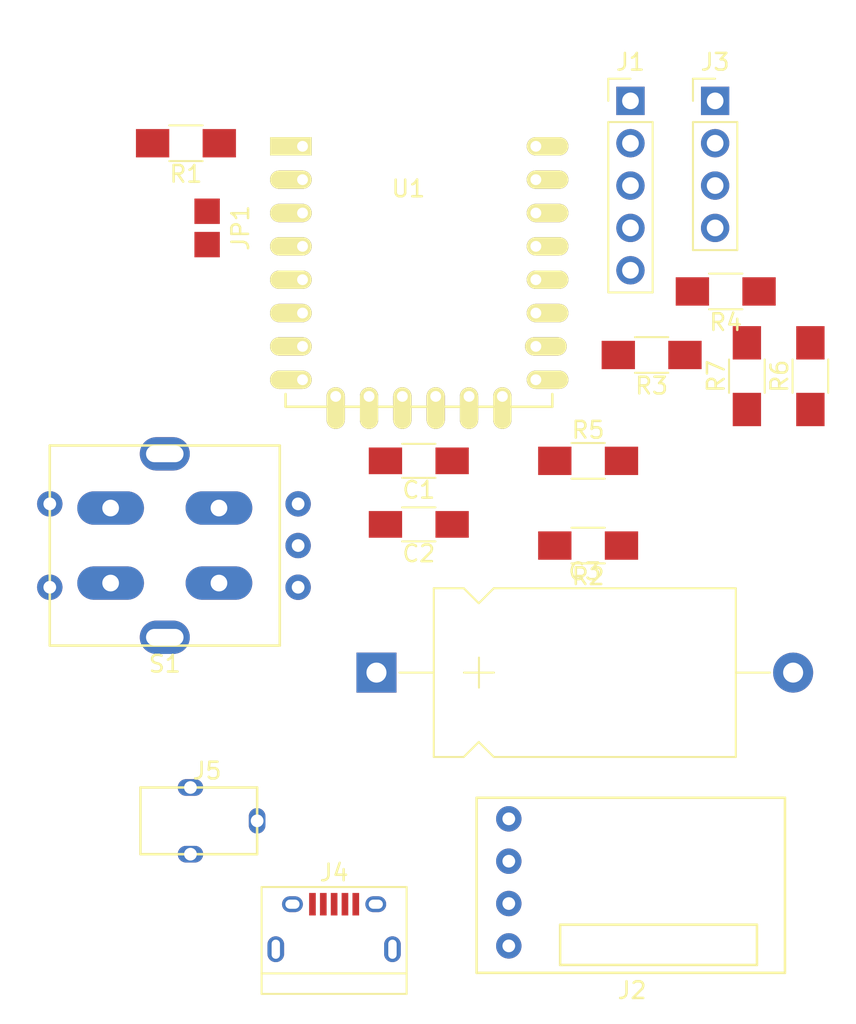
<source format=kicad_pcb>
(kicad_pcb (version 4) (host pcbnew 4.0.7-e2-6376~58~ubuntu17.04.1)

  (general
    (links 51)
    (no_connects 51)
    (area 0 0 0 0)
    (thickness 1.6)
    (drawings 0)
    (tracks 0)
    (zones 0)
    (modules 18)
    (nets 30)
  )

  (page A4)
  (layers
    (0 F.Cu signal)
    (31 B.Cu signal)
    (32 B.Adhes user)
    (33 F.Adhes user)
    (34 B.Paste user)
    (35 F.Paste user)
    (36 B.SilkS user)
    (37 F.SilkS user)
    (38 B.Mask user)
    (39 F.Mask user)
    (40 Dwgs.User user)
    (41 Cmts.User user)
    (42 Eco1.User user)
    (43 Eco2.User user)
    (44 Edge.Cuts user)
    (45 Margin user)
    (46 B.CrtYd user)
    (47 F.CrtYd user)
    (48 B.Fab user)
    (49 F.Fab user)
  )

  (setup
    (last_trace_width 0.25)
    (trace_clearance 0.2)
    (zone_clearance 0.508)
    (zone_45_only no)
    (trace_min 0.2)
    (segment_width 0.2)
    (edge_width 0.15)
    (via_size 0.6)
    (via_drill 0.4)
    (via_min_size 0.4)
    (via_min_drill 0.3)
    (uvia_size 0.3)
    (uvia_drill 0.1)
    (uvias_allowed no)
    (uvia_min_size 0.2)
    (uvia_min_drill 0.1)
    (pcb_text_width 0.3)
    (pcb_text_size 1.5 1.5)
    (mod_edge_width 0.15)
    (mod_text_size 1 1)
    (mod_text_width 0.15)
    (pad_size 1.524 1.524)
    (pad_drill 0.762)
    (pad_to_mask_clearance 0.2)
    (aux_axis_origin 0 0)
    (visible_elements FFFFFF7F)
    (pcbplotparams
      (layerselection 0x00030_80000001)
      (usegerberextensions false)
      (excludeedgelayer true)
      (linewidth 0.100000)
      (plotframeref false)
      (viasonmask false)
      (mode 1)
      (useauxorigin false)
      (hpglpennumber 1)
      (hpglpenspeed 20)
      (hpglpendiameter 15)
      (hpglpenoverlay 2)
      (psnegative false)
      (psa4output false)
      (plotreference true)
      (plotvalue true)
      (plotinvisibletext false)
      (padsonsilk false)
      (subtractmaskfromsilk false)
      (outputformat 1)
      (mirror false)
      (drillshape 1)
      (scaleselection 1)
      (outputdirectory ""))
  )

  (net 0 "")
  (net 1 GND)
  (net 2 +3V3)
  (net 3 TX)
  (net 4 RX)
  (net 5 ~RST)
  (net 6 ~FLASH)
  (net 7 "Net-(J2-Pad1)")
  (net 8 +5V)
  (net 9 GPIO4)
  (net 10 GPIO5)
  (net 11 "Net-(J4-Pad2)")
  (net 12 "Net-(J4-Pad3)")
  (net 13 "Net-(J4-Pad4)")
  (net 14 "Net-(J4-Pad6)")
  (net 15 "Net-(J5-Pad3)")
  (net 16 GPIO16)
  (net 17 "Net-(R2-Pad1)")
  (net 18 "Net-(R3-Pad2)")
  (net 19 "Net-(R5-Pad2)")
  (net 20 GPIO12)
  (net 21 GPIO13)
  (net 22 GPIO14)
  (net 23 ADC)
  (net 24 "Net-(U1-Pad17)")
  (net 25 "Net-(U1-Pad18)")
  (net 26 "Net-(U1-Pad19)")
  (net 27 "Net-(U1-Pad20)")
  (net 28 "Net-(U1-Pad21)")
  (net 29 "Net-(U1-Pad22)")

  (net_class Default "This is the default net class."
    (clearance 0.2)
    (trace_width 0.25)
    (via_dia 0.6)
    (via_drill 0.4)
    (uvia_dia 0.3)
    (uvia_drill 0.1)
    (add_net +3V3)
    (add_net +5V)
    (add_net ADC)
    (add_net GND)
    (add_net GPIO12)
    (add_net GPIO13)
    (add_net GPIO14)
    (add_net GPIO16)
    (add_net GPIO4)
    (add_net GPIO5)
    (add_net "Net-(J2-Pad1)")
    (add_net "Net-(J4-Pad2)")
    (add_net "Net-(J4-Pad3)")
    (add_net "Net-(J4-Pad4)")
    (add_net "Net-(J4-Pad6)")
    (add_net "Net-(J5-Pad3)")
    (add_net "Net-(R2-Pad1)")
    (add_net "Net-(R3-Pad2)")
    (add_net "Net-(R5-Pad2)")
    (add_net "Net-(U1-Pad17)")
    (add_net "Net-(U1-Pad18)")
    (add_net "Net-(U1-Pad19)")
    (add_net "Net-(U1-Pad20)")
    (add_net "Net-(U1-Pad21)")
    (add_net "Net-(U1-Pad22)")
    (add_net RX)
    (add_net TX)
    (add_net ~FLASH)
    (add_net ~RST)
  )

  (net_class "5V PWR" ""
    (clearance 0.3)
    (trace_width 0.5)
    (via_dia 0.6)
    (via_drill 0.4)
    (uvia_dia 0.3)
    (uvia_drill 0.1)
  )

  (module Capacitors_SMD:C_1206_HandSoldering (layer F.Cu) (tedit 58AA84D1) (tstamp 5A07649A)
    (at 226.06 130.81 180)
    (descr "Capacitor SMD 1206, hand soldering")
    (tags "capacitor 1206")
    (path /5A012B7F)
    (attr smd)
    (fp_text reference C1 (at 0 -1.75 180) (layer F.SilkS)
      (effects (font (size 1 1) (thickness 0.15)))
    )
    (fp_text value 0.1uF (at 0 2 180) (layer F.Fab)
      (effects (font (size 1 1) (thickness 0.15)))
    )
    (fp_text user %R (at 0 -1.75 180) (layer F.Fab)
      (effects (font (size 1 1) (thickness 0.15)))
    )
    (fp_line (start -1.6 0.8) (end -1.6 -0.8) (layer F.Fab) (width 0.1))
    (fp_line (start 1.6 0.8) (end -1.6 0.8) (layer F.Fab) (width 0.1))
    (fp_line (start 1.6 -0.8) (end 1.6 0.8) (layer F.Fab) (width 0.1))
    (fp_line (start -1.6 -0.8) (end 1.6 -0.8) (layer F.Fab) (width 0.1))
    (fp_line (start 1 -1.02) (end -1 -1.02) (layer F.SilkS) (width 0.12))
    (fp_line (start -1 1.02) (end 1 1.02) (layer F.SilkS) (width 0.12))
    (fp_line (start -3.25 -1.05) (end 3.25 -1.05) (layer F.CrtYd) (width 0.05))
    (fp_line (start -3.25 -1.05) (end -3.25 1.05) (layer F.CrtYd) (width 0.05))
    (fp_line (start 3.25 1.05) (end 3.25 -1.05) (layer F.CrtYd) (width 0.05))
    (fp_line (start 3.25 1.05) (end -3.25 1.05) (layer F.CrtYd) (width 0.05))
    (pad 1 smd rect (at -2 0 180) (size 2 1.6) (layers F.Cu F.Paste F.Mask)
      (net 1 GND))
    (pad 2 smd rect (at 2 0 180) (size 2 1.6) (layers F.Cu F.Paste F.Mask)
      (net 2 +3V3))
    (model Capacitors_SMD.3dshapes/C_1206.wrl
      (at (xyz 0 0 0))
      (scale (xyz 1 1 1))
      (rotate (xyz 0 0 0))
    )
  )

  (module Capacitors_SMD:C_1206_HandSoldering (layer F.Cu) (tedit 58AA84D1) (tstamp 5A0764A0)
    (at 226.06 134.62 180)
    (descr "Capacitor SMD 1206, hand soldering")
    (tags "capacitor 1206")
    (path /5A010134)
    (attr smd)
    (fp_text reference C2 (at 0 -1.75 180) (layer F.SilkS)
      (effects (font (size 1 1) (thickness 0.15)))
    )
    (fp_text value 1uF (at 0 2 180) (layer F.Fab)
      (effects (font (size 1 1) (thickness 0.15)))
    )
    (fp_text user %R (at 0 -1.75 180) (layer F.Fab)
      (effects (font (size 1 1) (thickness 0.15)))
    )
    (fp_line (start -1.6 0.8) (end -1.6 -0.8) (layer F.Fab) (width 0.1))
    (fp_line (start 1.6 0.8) (end -1.6 0.8) (layer F.Fab) (width 0.1))
    (fp_line (start 1.6 -0.8) (end 1.6 0.8) (layer F.Fab) (width 0.1))
    (fp_line (start -1.6 -0.8) (end 1.6 -0.8) (layer F.Fab) (width 0.1))
    (fp_line (start 1 -1.02) (end -1 -1.02) (layer F.SilkS) (width 0.12))
    (fp_line (start -1 1.02) (end 1 1.02) (layer F.SilkS) (width 0.12))
    (fp_line (start -3.25 -1.05) (end 3.25 -1.05) (layer F.CrtYd) (width 0.05))
    (fp_line (start -3.25 -1.05) (end -3.25 1.05) (layer F.CrtYd) (width 0.05))
    (fp_line (start 3.25 1.05) (end 3.25 -1.05) (layer F.CrtYd) (width 0.05))
    (fp_line (start 3.25 1.05) (end -3.25 1.05) (layer F.CrtYd) (width 0.05))
    (pad 1 smd rect (at -2 0 180) (size 2 1.6) (layers F.Cu F.Paste F.Mask)
      (net 1 GND))
    (pad 2 smd rect (at 2 0 180) (size 2 1.6) (layers F.Cu F.Paste F.Mask)
      (net 2 +3V3))
    (model Capacitors_SMD.3dshapes/C_1206.wrl
      (at (xyz 0 0 0))
      (scale (xyz 1 1 1))
      (rotate (xyz 0 0 0))
    )
  )

  (module Capacitors_THT:CP_Axial_L18.0mm_D10.0mm_P25.00mm_Horizontal (layer F.Cu) (tedit 597BC7C3) (tstamp 5A0764A6)
    (at 223.52 143.51)
    (descr "CP, Axial series, Axial, Horizontal, pin pitch=25mm, , length*diameter=18*10mm^2, Electrolytic Capacitor, , http://www.vishay.com/docs/28325/021asm.pdf")
    (tags "CP Axial series Axial Horizontal pin pitch 25mm  length 18mm diameter 10mm Electrolytic Capacitor")
    (path /5A00F26E)
    (fp_text reference C3 (at 12.5 -6.06) (layer F.SilkS)
      (effects (font (size 1 1) (thickness 0.15)))
    )
    (fp_text value 330uF (at 12.5 6.06) (layer F.Fab)
      (effects (font (size 1 1) (thickness 0.15)))
    )
    (fp_line (start 3.5 -5) (end 3.5 5) (layer F.Fab) (width 0.1))
    (fp_line (start 21.5 -5) (end 21.5 5) (layer F.Fab) (width 0.1))
    (fp_line (start 3.5 -5) (end 5.24 -5) (layer F.Fab) (width 0.1))
    (fp_line (start 5.24 -5) (end 6.14 -4.1) (layer F.Fab) (width 0.1))
    (fp_line (start 6.14 -4.1) (end 7.04 -5) (layer F.Fab) (width 0.1))
    (fp_line (start 7.04 -5) (end 21.5 -5) (layer F.Fab) (width 0.1))
    (fp_line (start 3.5 5) (end 5.24 5) (layer F.Fab) (width 0.1))
    (fp_line (start 5.24 5) (end 6.14 4.1) (layer F.Fab) (width 0.1))
    (fp_line (start 6.14 4.1) (end 7.04 5) (layer F.Fab) (width 0.1))
    (fp_line (start 7.04 5) (end 21.5 5) (layer F.Fab) (width 0.1))
    (fp_line (start 0 0) (end 3.5 0) (layer F.Fab) (width 0.1))
    (fp_line (start 25 0) (end 21.5 0) (layer F.Fab) (width 0.1))
    (fp_line (start 5.25 0) (end 7.05 0) (layer F.Fab) (width 0.1))
    (fp_line (start 6.15 -0.9) (end 6.15 0.9) (layer F.Fab) (width 0.1))
    (fp_line (start 5.25 0) (end 7.05 0) (layer F.SilkS) (width 0.12))
    (fp_line (start 6.15 -0.9) (end 6.15 0.9) (layer F.SilkS) (width 0.12))
    (fp_line (start 3.44 -5.06) (end 3.44 5.06) (layer F.SilkS) (width 0.12))
    (fp_line (start 21.56 -5.06) (end 21.56 5.06) (layer F.SilkS) (width 0.12))
    (fp_line (start 3.44 -5.06) (end 5.24 -5.06) (layer F.SilkS) (width 0.12))
    (fp_line (start 5.24 -5.06) (end 6.14 -4.16) (layer F.SilkS) (width 0.12))
    (fp_line (start 6.14 -4.16) (end 7.04 -5.06) (layer F.SilkS) (width 0.12))
    (fp_line (start 7.04 -5.06) (end 21.56 -5.06) (layer F.SilkS) (width 0.12))
    (fp_line (start 3.44 5.06) (end 5.24 5.06) (layer F.SilkS) (width 0.12))
    (fp_line (start 5.24 5.06) (end 6.14 4.16) (layer F.SilkS) (width 0.12))
    (fp_line (start 6.14 4.16) (end 7.04 5.06) (layer F.SilkS) (width 0.12))
    (fp_line (start 7.04 5.06) (end 21.56 5.06) (layer F.SilkS) (width 0.12))
    (fp_line (start 1.38 0) (end 3.44 0) (layer F.SilkS) (width 0.12))
    (fp_line (start 23.62 0) (end 21.56 0) (layer F.SilkS) (width 0.12))
    (fp_line (start -1.45 -5.35) (end -1.45 5.35) (layer F.CrtYd) (width 0.05))
    (fp_line (start -1.45 5.35) (end 26.45 5.35) (layer F.CrtYd) (width 0.05))
    (fp_line (start 26.45 5.35) (end 26.45 -5.35) (layer F.CrtYd) (width 0.05))
    (fp_line (start 26.45 -5.35) (end -1.45 -5.35) (layer F.CrtYd) (width 0.05))
    (fp_text user %R (at 12.5 0) (layer F.Fab)
      (effects (font (size 1 1) (thickness 0.15)))
    )
    (pad 1 thru_hole rect (at 0 0) (size 2.4 2.4) (drill 1.2) (layers *.Cu *.Mask)
      (net 2 +3V3))
    (pad 2 thru_hole oval (at 25 0) (size 2.4 2.4) (drill 1.2) (layers *.Cu *.Mask)
      (net 1 GND))
    (model ${KISYS3DMOD}/Capacitors_THT.3dshapes/CP_Axial_L18.0mm_D10.0mm_P25.00mm_Horizontal.wrl
      (at (xyz 0 0 0))
      (scale (xyz 1 1 1))
      (rotate (xyz 0 0 0))
    )
  )

  (module Pin_Headers:Pin_Header_Straight_1x05_Pitch2.54mm (layer F.Cu) (tedit 59650532) (tstamp 5A0764AF)
    (at 238.76 109.22)
    (descr "Through hole straight pin header, 1x05, 2.54mm pitch, single row")
    (tags "Through hole pin header THT 1x05 2.54mm single row")
    (path /5A0111F1)
    (fp_text reference J1 (at 0 -2.33) (layer F.SilkS)
      (effects (font (size 1 1) (thickness 0.15)))
    )
    (fp_text value PGM (at 0 12.49) (layer F.Fab)
      (effects (font (size 1 1) (thickness 0.15)))
    )
    (fp_line (start -0.635 -1.27) (end 1.27 -1.27) (layer F.Fab) (width 0.1))
    (fp_line (start 1.27 -1.27) (end 1.27 11.43) (layer F.Fab) (width 0.1))
    (fp_line (start 1.27 11.43) (end -1.27 11.43) (layer F.Fab) (width 0.1))
    (fp_line (start -1.27 11.43) (end -1.27 -0.635) (layer F.Fab) (width 0.1))
    (fp_line (start -1.27 -0.635) (end -0.635 -1.27) (layer F.Fab) (width 0.1))
    (fp_line (start -1.33 11.49) (end 1.33 11.49) (layer F.SilkS) (width 0.12))
    (fp_line (start -1.33 1.27) (end -1.33 11.49) (layer F.SilkS) (width 0.12))
    (fp_line (start 1.33 1.27) (end 1.33 11.49) (layer F.SilkS) (width 0.12))
    (fp_line (start -1.33 1.27) (end 1.33 1.27) (layer F.SilkS) (width 0.12))
    (fp_line (start -1.33 0) (end -1.33 -1.33) (layer F.SilkS) (width 0.12))
    (fp_line (start -1.33 -1.33) (end 0 -1.33) (layer F.SilkS) (width 0.12))
    (fp_line (start -1.8 -1.8) (end -1.8 11.95) (layer F.CrtYd) (width 0.05))
    (fp_line (start -1.8 11.95) (end 1.8 11.95) (layer F.CrtYd) (width 0.05))
    (fp_line (start 1.8 11.95) (end 1.8 -1.8) (layer F.CrtYd) (width 0.05))
    (fp_line (start 1.8 -1.8) (end -1.8 -1.8) (layer F.CrtYd) (width 0.05))
    (fp_text user %R (at 0 5.08 90) (layer F.Fab)
      (effects (font (size 1 1) (thickness 0.15)))
    )
    (pad 1 thru_hole rect (at 0 0) (size 1.7 1.7) (drill 1) (layers *.Cu *.Mask)
      (net 1 GND))
    (pad 2 thru_hole oval (at 0 2.54) (size 1.7 1.7) (drill 1) (layers *.Cu *.Mask)
      (net 3 TX))
    (pad 3 thru_hole oval (at 0 5.08) (size 1.7 1.7) (drill 1) (layers *.Cu *.Mask)
      (net 4 RX))
    (pad 4 thru_hole oval (at 0 7.62) (size 1.7 1.7) (drill 1) (layers *.Cu *.Mask)
      (net 5 ~RST))
    (pad 5 thru_hole oval (at 0 10.16) (size 1.7 1.7) (drill 1) (layers *.Cu *.Mask)
      (net 6 ~FLASH))
    (model ${KISYS3DMOD}/Pin_Headers.3dshapes/Pin_Header_Straight_1x05_Pitch2.54mm.wrl
      (at (xyz 0 0 0))
      (scale (xyz 1 1 1))
      (rotate (xyz 0 0 0))
    )
  )

  (module "Voltage Regulators:SwitchingRegulator_Selectable" (layer F.Cu) (tedit 5A07637E) (tstamp 5A0764C1)
    (at 238.76 156.21)
    (path /5A00ECE4)
    (fp_text reference J2 (at 0.098 6.357) (layer F.SilkS)
      (effects (font (size 1 1) (thickness 0.15)))
    )
    (fp_text value StepDown-3A (at -0.029 -6.893) (layer F.Fab)
      (effects (font (size 1 1) (thickness 0.15)))
    )
    (fp_text user "SEL JMPRS" (at 2.003 3.69) (layer F.Fab)
      (effects (font (size 1 1) (thickness 0.15)))
    )
    (fp_line (start -4.093 4.833) (end -4.22 4.833) (layer F.SilkS) (width 0.15))
    (fp_line (start -4.22 4.833) (end -4.22 2.42) (layer F.SilkS) (width 0.15))
    (fp_line (start -4.22 2.42) (end 7.591 2.42) (layer F.SilkS) (width 0.15))
    (fp_line (start 7.591 2.42) (end 7.591 4.833) (layer F.SilkS) (width 0.15))
    (fp_line (start 7.591 4.833) (end -4.093 4.833) (layer F.SilkS) (width 0.15))
    (fp_line (start -9.229 -5.193) (end 9.271 -5.193) (layer F.SilkS) (width 0.15))
    (fp_line (start 9.271 -5.193) (end 9.271 5.307) (layer F.SilkS) (width 0.15))
    (fp_line (start 9.271 5.307) (end -9.229 5.307) (layer F.SilkS) (width 0.15))
    (fp_line (start -9.229 5.307) (end -9.229 -5.193) (layer F.SilkS) (width 0.15))
    (pad 1 thru_hole circle (at -7.3 -3.93) (size 1.524 1.524) (drill 0.762) (layers *.Cu *.Mask)
      (net 7 "Net-(J2-Pad1)"))
    (pad 2 thru_hole circle (at -7.3 -1.39) (size 1.524 1.524) (drill 0.762) (layers *.Cu *.Mask)
      (net 8 +5V))
    (pad 3 thru_hole circle (at -7.3 1.15) (size 1.524 1.524) (drill 0.762) (layers *.Cu *.Mask)
      (net 1 GND))
    (pad 4 thru_hole circle (at -7.3 3.69) (size 1.524 1.524) (drill 0.762) (layers *.Cu *.Mask)
      (net 2 +3V3))
  )

  (module Pin_Headers:Pin_Header_Straight_1x04_Pitch2.54mm (layer F.Cu) (tedit 59650532) (tstamp 5A0764C9)
    (at 243.84 109.22)
    (descr "Through hole straight pin header, 1x04, 2.54mm pitch, single row")
    (tags "Through hole pin header THT 1x04 2.54mm single row")
    (path /5A011626)
    (fp_text reference J3 (at 0 -2.33) (layer F.SilkS)
      (effects (font (size 1 1) (thickness 0.15)))
    )
    (fp_text value LED (at 0 9.95) (layer F.Fab)
      (effects (font (size 1 1) (thickness 0.15)))
    )
    (fp_line (start -0.635 -1.27) (end 1.27 -1.27) (layer F.Fab) (width 0.1))
    (fp_line (start 1.27 -1.27) (end 1.27 8.89) (layer F.Fab) (width 0.1))
    (fp_line (start 1.27 8.89) (end -1.27 8.89) (layer F.Fab) (width 0.1))
    (fp_line (start -1.27 8.89) (end -1.27 -0.635) (layer F.Fab) (width 0.1))
    (fp_line (start -1.27 -0.635) (end -0.635 -1.27) (layer F.Fab) (width 0.1))
    (fp_line (start -1.33 8.95) (end 1.33 8.95) (layer F.SilkS) (width 0.12))
    (fp_line (start -1.33 1.27) (end -1.33 8.95) (layer F.SilkS) (width 0.12))
    (fp_line (start 1.33 1.27) (end 1.33 8.95) (layer F.SilkS) (width 0.12))
    (fp_line (start -1.33 1.27) (end 1.33 1.27) (layer F.SilkS) (width 0.12))
    (fp_line (start -1.33 0) (end -1.33 -1.33) (layer F.SilkS) (width 0.12))
    (fp_line (start -1.33 -1.33) (end 0 -1.33) (layer F.SilkS) (width 0.12))
    (fp_line (start -1.8 -1.8) (end -1.8 9.4) (layer F.CrtYd) (width 0.05))
    (fp_line (start -1.8 9.4) (end 1.8 9.4) (layer F.CrtYd) (width 0.05))
    (fp_line (start 1.8 9.4) (end 1.8 -1.8) (layer F.CrtYd) (width 0.05))
    (fp_line (start 1.8 -1.8) (end -1.8 -1.8) (layer F.CrtYd) (width 0.05))
    (fp_text user %R (at 0 3.81 90) (layer F.Fab)
      (effects (font (size 1 1) (thickness 0.15)))
    )
    (pad 1 thru_hole rect (at 0 0) (size 1.7 1.7) (drill 1) (layers *.Cu *.Mask)
      (net 8 +5V))
    (pad 2 thru_hole oval (at 0 2.54) (size 1.7 1.7) (drill 1) (layers *.Cu *.Mask)
      (net 1 GND))
    (pad 3 thru_hole oval (at 0 5.08) (size 1.7 1.7) (drill 1) (layers *.Cu *.Mask)
      (net 9 GPIO4))
    (pad 4 thru_hole oval (at 0 7.62) (size 1.7 1.7) (drill 1) (layers *.Cu *.Mask)
      (net 10 GPIO5))
    (model ${KISYS3DMOD}/Pin_Headers.3dshapes/Pin_Header_Straight_1x04_Pitch2.54mm.wrl
      (at (xyz 0 0 0))
      (scale (xyz 1 1 1))
      (rotate (xyz 0 0 0))
    )
  )

  (module Connectors:USB_Micro-B (layer F.Cu) (tedit 5543E447) (tstamp 5A0764DF)
    (at 220.98 158.75)
    (descr "Micro USB Type B Receptacle")
    (tags "USB USB_B USB_micro USB_OTG")
    (path /5A00ED3B)
    (attr smd)
    (fp_text reference J4 (at 0 -3.24) (layer F.SilkS)
      (effects (font (size 1 1) (thickness 0.15)))
    )
    (fp_text value USB (at 0 5.01) (layer F.Fab)
      (effects (font (size 1 1) (thickness 0.15)))
    )
    (fp_line (start -4.6 -2.59) (end 4.6 -2.59) (layer F.CrtYd) (width 0.05))
    (fp_line (start 4.6 -2.59) (end 4.6 4.26) (layer F.CrtYd) (width 0.05))
    (fp_line (start 4.6 4.26) (end -4.6 4.26) (layer F.CrtYd) (width 0.05))
    (fp_line (start -4.6 4.26) (end -4.6 -2.59) (layer F.CrtYd) (width 0.05))
    (fp_line (start -4.35 4.03) (end 4.35 4.03) (layer F.SilkS) (width 0.12))
    (fp_line (start -4.35 -2.38) (end 4.35 -2.38) (layer F.SilkS) (width 0.12))
    (fp_line (start 4.35 -2.38) (end 4.35 4.03) (layer F.SilkS) (width 0.12))
    (fp_line (start 4.35 2.8) (end -4.35 2.8) (layer F.SilkS) (width 0.12))
    (fp_line (start -4.35 4.03) (end -4.35 -2.38) (layer F.SilkS) (width 0.12))
    (pad 1 smd rect (at -1.3 -1.35 90) (size 1.35 0.4) (layers F.Cu F.Paste F.Mask)
      (net 8 +5V))
    (pad 2 smd rect (at -0.65 -1.35 90) (size 1.35 0.4) (layers F.Cu F.Paste F.Mask)
      (net 11 "Net-(J4-Pad2)"))
    (pad 3 smd rect (at 0 -1.35 90) (size 1.35 0.4) (layers F.Cu F.Paste F.Mask)
      (net 12 "Net-(J4-Pad3)"))
    (pad 4 smd rect (at 0.65 -1.35 90) (size 1.35 0.4) (layers F.Cu F.Paste F.Mask)
      (net 13 "Net-(J4-Pad4)"))
    (pad 5 smd rect (at 1.3 -1.35 90) (size 1.35 0.4) (layers F.Cu F.Paste F.Mask)
      (net 1 GND))
    (pad 6 thru_hole oval (at -2.5 -1.35 90) (size 0.95 1.25) (drill oval 0.55 0.85) (layers *.Cu *.Mask)
      (net 14 "Net-(J4-Pad6)"))
    (pad 6 thru_hole oval (at 2.5 -1.35 90) (size 0.95 1.25) (drill oval 0.55 0.85) (layers *.Cu *.Mask)
      (net 14 "Net-(J4-Pad6)"))
    (pad 6 thru_hole oval (at -3.5 1.35 90) (size 1.55 1) (drill oval 1.15 0.5) (layers *.Cu *.Mask)
      (net 14 "Net-(J4-Pad6)"))
    (pad 6 thru_hole oval (at 3.5 1.35 90) (size 1.55 1) (drill oval 1.15 0.5) (layers *.Cu *.Mask)
      (net 14 "Net-(J4-Pad6)"))
  )

  (module Power:5.5mm_Barrel_Jack (layer F.Cu) (tedit 5A011E39) (tstamp 5A0764E6)
    (at 213.36 152.4 180)
    (path /5A00EF7E)
    (fp_text reference J5 (at 0 3 180) (layer F.SilkS)
      (effects (font (size 1 1) (thickness 0.15)))
    )
    (fp_text value Barrel_Jack (at 0 -3 180) (layer F.Fab)
      (effects (font (size 1 1) (thickness 0.15)))
    )
    (fp_line (start 4 -2) (end 4 -1) (layer F.SilkS) (width 0.15))
    (fp_line (start -3 -2) (end 4 -2) (layer F.SilkS) (width 0.15))
    (fp_line (start -3 -1) (end -3 -2) (layer F.SilkS) (width 0.15))
    (fp_line (start -3 2) (end -3 -1) (layer F.SilkS) (width 0.15))
    (fp_line (start 4 2) (end -3 2) (layer F.SilkS) (width 0.15))
    (fp_line (start 4 -1) (end 4 2) (layer F.SilkS) (width 0.15))
    (pad 1 thru_hole oval (at -3 0 180) (size 1 1.524) (drill 0.762) (layers *.Cu *.Mask)
      (net 8 +5V))
    (pad 2 thru_hole oval (at 1 -2 180) (size 1.524 1) (drill 0.762) (layers *.Cu *.Mask)
      (net 1 GND))
    (pad 3 thru_hole oval (at 1 2 180) (size 1.524 1) (drill 0.762) (layers *.Cu *.Mask)
      (net 15 "Net-(J5-Pad3)"))
  )

  (module Features:SolderJumper (layer F.Cu) (tedit 5A011A98) (tstamp 5A0764EC)
    (at 213.36 116.84 90)
    (path /5A0119F3)
    (fp_text reference JP1 (at 0 2 90) (layer F.SilkS)
      (effects (font (size 1 1) (thickness 0.15)))
    )
    (fp_text value WAKE (at 0 -2 90) (layer F.Fab)
      (effects (font (size 1 1) (thickness 0.15)))
    )
    (fp_line (start -2 1) (end -2 -1) (layer F.Mask) (width 0.15))
    (fp_line (start 2 1) (end -2 1) (layer F.Mask) (width 0.15))
    (fp_line (start 2 -1) (end 2 1) (layer F.Mask) (width 0.15))
    (fp_line (start -2 -1) (end 2 -1) (layer F.Mask) (width 0.15))
    (pad 1 smd rect (at 1 0 90) (size 1.524 1.524) (layers F.Cu F.Paste F.Mask)
      (net 5 ~RST))
    (pad 2 smd rect (at -1 0 90) (size 1.524 1.524) (layers F.Cu F.Paste F.Mask)
      (net 16 GPIO16))
  )

  (module Resistors_SMD:R_1206_HandSoldering (layer F.Cu) (tedit 58E0A804) (tstamp 5A0764F2)
    (at 212.09 111.76 180)
    (descr "Resistor SMD 1206, hand soldering")
    (tags "resistor 1206")
    (path /5A00F0E8)
    (attr smd)
    (fp_text reference R1 (at 0 -1.85 180) (layer F.SilkS)
      (effects (font (size 1 1) (thickness 0.15)))
    )
    (fp_text value 10k (at 0 1.9 180) (layer F.Fab)
      (effects (font (size 1 1) (thickness 0.15)))
    )
    (fp_text user %R (at 0 0 180) (layer F.Fab)
      (effects (font (size 0.7 0.7) (thickness 0.105)))
    )
    (fp_line (start -1.6 0.8) (end -1.6 -0.8) (layer F.Fab) (width 0.1))
    (fp_line (start 1.6 0.8) (end -1.6 0.8) (layer F.Fab) (width 0.1))
    (fp_line (start 1.6 -0.8) (end 1.6 0.8) (layer F.Fab) (width 0.1))
    (fp_line (start -1.6 -0.8) (end 1.6 -0.8) (layer F.Fab) (width 0.1))
    (fp_line (start 1 1.07) (end -1 1.07) (layer F.SilkS) (width 0.12))
    (fp_line (start -1 -1.07) (end 1 -1.07) (layer F.SilkS) (width 0.12))
    (fp_line (start -3.25 -1.11) (end 3.25 -1.11) (layer F.CrtYd) (width 0.05))
    (fp_line (start -3.25 -1.11) (end -3.25 1.1) (layer F.CrtYd) (width 0.05))
    (fp_line (start 3.25 1.1) (end 3.25 -1.11) (layer F.CrtYd) (width 0.05))
    (fp_line (start 3.25 1.1) (end -3.25 1.1) (layer F.CrtYd) (width 0.05))
    (pad 1 smd rect (at -2 0 180) (size 2 1.7) (layers F.Cu F.Paste F.Mask)
      (net 5 ~RST))
    (pad 2 smd rect (at 2 0 180) (size 2 1.7) (layers F.Cu F.Paste F.Mask)
      (net 2 +3V3))
    (model ${KISYS3DMOD}/Resistors_SMD.3dshapes/R_1206.wrl
      (at (xyz 0 0 0))
      (scale (xyz 1 1 1))
      (rotate (xyz 0 0 0))
    )
  )

  (module Resistors_SMD:R_1206_HandSoldering (layer F.Cu) (tedit 58E0A804) (tstamp 5A0764F8)
    (at 236.22 135.89 180)
    (descr "Resistor SMD 1206, hand soldering")
    (tags "resistor 1206")
    (path /5A010A6F)
    (attr smd)
    (fp_text reference R2 (at 0 -1.85 180) (layer F.SilkS)
      (effects (font (size 1 1) (thickness 0.15)))
    )
    (fp_text value 10k (at 0 1.9 180) (layer F.Fab)
      (effects (font (size 1 1) (thickness 0.15)))
    )
    (fp_text user %R (at 0 0 180) (layer F.Fab)
      (effects (font (size 0.7 0.7) (thickness 0.105)))
    )
    (fp_line (start -1.6 0.8) (end -1.6 -0.8) (layer F.Fab) (width 0.1))
    (fp_line (start 1.6 0.8) (end -1.6 0.8) (layer F.Fab) (width 0.1))
    (fp_line (start 1.6 -0.8) (end 1.6 0.8) (layer F.Fab) (width 0.1))
    (fp_line (start -1.6 -0.8) (end 1.6 -0.8) (layer F.Fab) (width 0.1))
    (fp_line (start 1 1.07) (end -1 1.07) (layer F.SilkS) (width 0.12))
    (fp_line (start -1 -1.07) (end 1 -1.07) (layer F.SilkS) (width 0.12))
    (fp_line (start -3.25 -1.11) (end 3.25 -1.11) (layer F.CrtYd) (width 0.05))
    (fp_line (start -3.25 -1.11) (end -3.25 1.1) (layer F.CrtYd) (width 0.05))
    (fp_line (start 3.25 1.1) (end 3.25 -1.11) (layer F.CrtYd) (width 0.05))
    (fp_line (start 3.25 1.1) (end -3.25 1.1) (layer F.CrtYd) (width 0.05))
    (pad 1 smd rect (at -2 0 180) (size 2 1.7) (layers F.Cu F.Paste F.Mask)
      (net 17 "Net-(R2-Pad1)"))
    (pad 2 smd rect (at 2 0 180) (size 2 1.7) (layers F.Cu F.Paste F.Mask)
      (net 2 +3V3))
    (model ${KISYS3DMOD}/Resistors_SMD.3dshapes/R_1206.wrl
      (at (xyz 0 0 0))
      (scale (xyz 1 1 1))
      (rotate (xyz 0 0 0))
    )
  )

  (module Resistors_SMD:R_1206_HandSoldering (layer F.Cu) (tedit 58E0A804) (tstamp 5A0764FE)
    (at 240.03 124.46 180)
    (descr "Resistor SMD 1206, hand soldering")
    (tags "resistor 1206")
    (path /5A0109BD)
    (attr smd)
    (fp_text reference R3 (at 0 -1.85 180) (layer F.SilkS)
      (effects (font (size 1 1) (thickness 0.15)))
    )
    (fp_text value 10k (at 0 1.9 180) (layer F.Fab)
      (effects (font (size 1 1) (thickness 0.15)))
    )
    (fp_text user %R (at 0 0 180) (layer F.Fab)
      (effects (font (size 0.7 0.7) (thickness 0.105)))
    )
    (fp_line (start -1.6 0.8) (end -1.6 -0.8) (layer F.Fab) (width 0.1))
    (fp_line (start 1.6 0.8) (end -1.6 0.8) (layer F.Fab) (width 0.1))
    (fp_line (start 1.6 -0.8) (end 1.6 0.8) (layer F.Fab) (width 0.1))
    (fp_line (start -1.6 -0.8) (end 1.6 -0.8) (layer F.Fab) (width 0.1))
    (fp_line (start 1 1.07) (end -1 1.07) (layer F.SilkS) (width 0.12))
    (fp_line (start -1 -1.07) (end 1 -1.07) (layer F.SilkS) (width 0.12))
    (fp_line (start -3.25 -1.11) (end 3.25 -1.11) (layer F.CrtYd) (width 0.05))
    (fp_line (start -3.25 -1.11) (end -3.25 1.1) (layer F.CrtYd) (width 0.05))
    (fp_line (start 3.25 1.1) (end 3.25 -1.11) (layer F.CrtYd) (width 0.05))
    (fp_line (start 3.25 1.1) (end -3.25 1.1) (layer F.CrtYd) (width 0.05))
    (pad 1 smd rect (at -2 0 180) (size 2 1.7) (layers F.Cu F.Paste F.Mask)
      (net 1 GND))
    (pad 2 smd rect (at 2 0 180) (size 2 1.7) (layers F.Cu F.Paste F.Mask)
      (net 18 "Net-(R3-Pad2)"))
    (model ${KISYS3DMOD}/Resistors_SMD.3dshapes/R_1206.wrl
      (at (xyz 0 0 0))
      (scale (xyz 1 1 1))
      (rotate (xyz 0 0 0))
    )
  )

  (module Resistors_SMD:R_1206_HandSoldering (layer F.Cu) (tedit 58E0A804) (tstamp 5A076504)
    (at 244.475 120.65 180)
    (descr "Resistor SMD 1206, hand soldering")
    (tags "resistor 1206")
    (path /5A010263)
    (attr smd)
    (fp_text reference R4 (at 0 -1.85 180) (layer F.SilkS)
      (effects (font (size 1 1) (thickness 0.15)))
    )
    (fp_text value 10k (at 0 1.9 180) (layer F.Fab)
      (effects (font (size 1 1) (thickness 0.15)))
    )
    (fp_text user %R (at 0 0 180) (layer F.Fab)
      (effects (font (size 0.7 0.7) (thickness 0.105)))
    )
    (fp_line (start -1.6 0.8) (end -1.6 -0.8) (layer F.Fab) (width 0.1))
    (fp_line (start 1.6 0.8) (end -1.6 0.8) (layer F.Fab) (width 0.1))
    (fp_line (start 1.6 -0.8) (end 1.6 0.8) (layer F.Fab) (width 0.1))
    (fp_line (start -1.6 -0.8) (end 1.6 -0.8) (layer F.Fab) (width 0.1))
    (fp_line (start 1 1.07) (end -1 1.07) (layer F.SilkS) (width 0.12))
    (fp_line (start -1 -1.07) (end 1 -1.07) (layer F.SilkS) (width 0.12))
    (fp_line (start -3.25 -1.11) (end 3.25 -1.11) (layer F.CrtYd) (width 0.05))
    (fp_line (start -3.25 -1.11) (end -3.25 1.1) (layer F.CrtYd) (width 0.05))
    (fp_line (start 3.25 1.1) (end 3.25 -1.11) (layer F.CrtYd) (width 0.05))
    (fp_line (start 3.25 1.1) (end -3.25 1.1) (layer F.CrtYd) (width 0.05))
    (pad 1 smd rect (at -2 0 180) (size 2 1.7) (layers F.Cu F.Paste F.Mask)
      (net 2 +3V3))
    (pad 2 smd rect (at 2 0 180) (size 2 1.7) (layers F.Cu F.Paste F.Mask)
      (net 6 ~FLASH))
    (model ${KISYS3DMOD}/Resistors_SMD.3dshapes/R_1206.wrl
      (at (xyz 0 0 0))
      (scale (xyz 1 1 1))
      (rotate (xyz 0 0 0))
    )
  )

  (module Resistors_SMD:R_1206_HandSoldering (layer F.Cu) (tedit 58E0A804) (tstamp 5A07650A)
    (at 236.22 130.81)
    (descr "Resistor SMD 1206, hand soldering")
    (tags "resistor 1206")
    (path /5A0108BC)
    (attr smd)
    (fp_text reference R5 (at 0 -1.85) (layer F.SilkS)
      (effects (font (size 1 1) (thickness 0.15)))
    )
    (fp_text value 10k (at 0 1.9) (layer F.Fab)
      (effects (font (size 1 1) (thickness 0.15)))
    )
    (fp_text user %R (at 0 0) (layer F.Fab)
      (effects (font (size 0.7 0.7) (thickness 0.105)))
    )
    (fp_line (start -1.6 0.8) (end -1.6 -0.8) (layer F.Fab) (width 0.1))
    (fp_line (start 1.6 0.8) (end -1.6 0.8) (layer F.Fab) (width 0.1))
    (fp_line (start 1.6 -0.8) (end 1.6 0.8) (layer F.Fab) (width 0.1))
    (fp_line (start -1.6 -0.8) (end 1.6 -0.8) (layer F.Fab) (width 0.1))
    (fp_line (start 1 1.07) (end -1 1.07) (layer F.SilkS) (width 0.12))
    (fp_line (start -1 -1.07) (end 1 -1.07) (layer F.SilkS) (width 0.12))
    (fp_line (start -3.25 -1.11) (end 3.25 -1.11) (layer F.CrtYd) (width 0.05))
    (fp_line (start -3.25 -1.11) (end -3.25 1.1) (layer F.CrtYd) (width 0.05))
    (fp_line (start 3.25 1.1) (end 3.25 -1.11) (layer F.CrtYd) (width 0.05))
    (fp_line (start 3.25 1.1) (end -3.25 1.1) (layer F.CrtYd) (width 0.05))
    (pad 1 smd rect (at -2 0) (size 2 1.7) (layers F.Cu F.Paste F.Mask)
      (net 2 +3V3))
    (pad 2 smd rect (at 2 0) (size 2 1.7) (layers F.Cu F.Paste F.Mask)
      (net 19 "Net-(R5-Pad2)"))
    (model ${KISYS3DMOD}/Resistors_SMD.3dshapes/R_1206.wrl
      (at (xyz 0 0 0))
      (scale (xyz 1 1 1))
      (rotate (xyz 0 0 0))
    )
  )

  (module Resistors_SMD:R_1206_HandSoldering (layer F.Cu) (tedit 58E0A804) (tstamp 5A076510)
    (at 249.555 125.73 90)
    (descr "Resistor SMD 1206, hand soldering")
    (tags "resistor 1206")
    (path /5A0768D9)
    (attr smd)
    (fp_text reference R6 (at 0 -1.85 90) (layer F.SilkS)
      (effects (font (size 1 1) (thickness 0.15)))
    )
    (fp_text value 1k (at 0 1.9 90) (layer F.Fab)
      (effects (font (size 1 1) (thickness 0.15)))
    )
    (fp_text user %R (at 0 0 90) (layer F.Fab)
      (effects (font (size 0.7 0.7) (thickness 0.105)))
    )
    (fp_line (start -1.6 0.8) (end -1.6 -0.8) (layer F.Fab) (width 0.1))
    (fp_line (start 1.6 0.8) (end -1.6 0.8) (layer F.Fab) (width 0.1))
    (fp_line (start 1.6 -0.8) (end 1.6 0.8) (layer F.Fab) (width 0.1))
    (fp_line (start -1.6 -0.8) (end 1.6 -0.8) (layer F.Fab) (width 0.1))
    (fp_line (start 1 1.07) (end -1 1.07) (layer F.SilkS) (width 0.12))
    (fp_line (start -1 -1.07) (end 1 -1.07) (layer F.SilkS) (width 0.12))
    (fp_line (start -3.25 -1.11) (end 3.25 -1.11) (layer F.CrtYd) (width 0.05))
    (fp_line (start -3.25 -1.11) (end -3.25 1.1) (layer F.CrtYd) (width 0.05))
    (fp_line (start 3.25 1.1) (end 3.25 -1.11) (layer F.CrtYd) (width 0.05))
    (fp_line (start 3.25 1.1) (end -3.25 1.1) (layer F.CrtYd) (width 0.05))
    (pad 1 smd rect (at -2 0 90) (size 2 1.7) (layers F.Cu F.Paste F.Mask)
      (net 2 +3V3))
    (pad 2 smd rect (at 2 0 90) (size 2 1.7) (layers F.Cu F.Paste F.Mask)
      (net 9 GPIO4))
    (model ${KISYS3DMOD}/Resistors_SMD.3dshapes/R_1206.wrl
      (at (xyz 0 0 0))
      (scale (xyz 1 1 1))
      (rotate (xyz 0 0 0))
    )
  )

  (module Resistors_SMD:R_1206_HandSoldering (layer F.Cu) (tedit 58E0A804) (tstamp 5A076516)
    (at 245.745 125.73 90)
    (descr "Resistor SMD 1206, hand soldering")
    (tags "resistor 1206")
    (path /5A0768E1)
    (attr smd)
    (fp_text reference R7 (at 0 -1.85 90) (layer F.SilkS)
      (effects (font (size 1 1) (thickness 0.15)))
    )
    (fp_text value 1k (at 0 1.9 90) (layer F.Fab)
      (effects (font (size 1 1) (thickness 0.15)))
    )
    (fp_text user %R (at 0 0 90) (layer F.Fab)
      (effects (font (size 0.7 0.7) (thickness 0.105)))
    )
    (fp_line (start -1.6 0.8) (end -1.6 -0.8) (layer F.Fab) (width 0.1))
    (fp_line (start 1.6 0.8) (end -1.6 0.8) (layer F.Fab) (width 0.1))
    (fp_line (start 1.6 -0.8) (end 1.6 0.8) (layer F.Fab) (width 0.1))
    (fp_line (start -1.6 -0.8) (end 1.6 -0.8) (layer F.Fab) (width 0.1))
    (fp_line (start 1 1.07) (end -1 1.07) (layer F.SilkS) (width 0.12))
    (fp_line (start -1 -1.07) (end 1 -1.07) (layer F.SilkS) (width 0.12))
    (fp_line (start -3.25 -1.11) (end 3.25 -1.11) (layer F.CrtYd) (width 0.05))
    (fp_line (start -3.25 -1.11) (end -3.25 1.1) (layer F.CrtYd) (width 0.05))
    (fp_line (start 3.25 1.1) (end 3.25 -1.11) (layer F.CrtYd) (width 0.05))
    (fp_line (start 3.25 1.1) (end -3.25 1.1) (layer F.CrtYd) (width 0.05))
    (pad 1 smd rect (at -2 0 90) (size 2 1.7) (layers F.Cu F.Paste F.Mask)
      (net 2 +3V3))
    (pad 2 smd rect (at 2 0 90) (size 2 1.7) (layers F.Cu F.Paste F.Mask)
      (net 10 GPIO5))
    (model ${KISYS3DMOD}/Resistors_SMD.3dshapes/R_1206.wrl
      (at (xyz 0 0 0))
      (scale (xyz 1 1 1))
      (rotate (xyz 0 0 0))
    )
  )

  (module Switches:Rotary_Encoder_Or_Switch (layer F.Cu) (tedit 5A0749ED) (tstamp 5A076525)
    (at 210.82 135.89)
    (path /5A074E2B)
    (fp_text reference S1 (at 0 7.1) (layer F.SilkS)
      (effects (font (size 1 1) (thickness 0.15)))
    )
    (fp_text value ROTARY_ENCODER_W_SPST (at 0 -8.4) (layer F.Fab)
      (effects (font (size 1 1) (thickness 0.15)))
    )
    (fp_line (start -6.9 -6) (end 6.9 -6) (layer F.SilkS) (width 0.15))
    (fp_line (start 6.9 -6) (end 6.9 6) (layer F.SilkS) (width 0.15))
    (fp_line (start 6.9 6) (end -6.9 6) (layer F.SilkS) (width 0.15))
    (fp_line (start -6.9 6) (end -6.9 -6) (layer F.SilkS) (width 0.15))
    (pad 1 thru_hole circle (at -6.9 -2.5) (size 1.524 1.524) (drill 0.762) (layers *.Cu *.Mask)
      (net 20 GPIO12))
    (pad 2 thru_hole circle (at -6.9 2.5) (size 1.524 1.524) (drill 0.762) (layers *.Cu *.Mask)
      (net 1 GND))
    (pad 3 thru_hole circle (at 8 2.5) (size 1.524 1.524) (drill 0.762) (layers *.Cu *.Mask)
      (net 21 GPIO13))
    (pad 4 thru_hole circle (at 8 0) (size 1.524 1.524) (drill 0.762) (layers *.Cu *.Mask)
      (net 1 GND))
    (pad 5 thru_hole circle (at 8 -2.5) (size 1.524 1.524) (drill 0.762) (layers *.Cu *.Mask)
      (net 22 GPIO14))
    (pad 6 thru_hole oval (at 0 -5.5) (size 3 2) (drill oval 2.25 1) (layers *.Cu *.Mask)
      (net 1 GND))
    (pad 6 thru_hole oval (at 0 5.5) (size 3 2) (drill oval 2.25 1) (layers *.Cu *.Mask)
      (net 1 GND))
    (pad 1 thru_hole oval (at -3.25 -2.25) (size 4 2) (drill 1) (layers *.Cu *.Mask)
      (net 20 GPIO12))
    (pad 2 thru_hole oval (at -3.25 2.25) (size 4 2) (drill 1) (layers *.Cu *.Mask)
      (net 1 GND))
    (pad 2 thru_hole oval (at 3.25 2.25) (size 4 2) (drill 1) (layers *.Cu *.Mask)
      (net 1 GND))
    (pad 1 thru_hole oval (at 3.25 -2.25) (size 4 2) (drill 1) (layers *.Cu *.Mask)
      (net 20 GPIO12))
  )

  (module ESP8266:ESP-12E (layer F.Cu) (tedit 58B47889) (tstamp 5A07653F)
    (at 219.085001 111.945001)
    (descr "Module, ESP-8266, ESP-12, 16 pad, SMD")
    (tags "Module ESP-8266 ESP8266")
    (path /5A00CD38)
    (fp_text reference U1 (at 6.35 2.54) (layer F.SilkS)
      (effects (font (size 1 1) (thickness 0.15)))
    )
    (fp_text value ESP-12E (at 6.35 6.35) (layer F.Fab) hide
      (effects (font (size 1 1) (thickness 0.15)))
    )
    (fp_line (start -2.25 -0.5) (end -2.25 -8.75) (layer F.CrtYd) (width 0.05))
    (fp_line (start -2.25 -8.75) (end 15.25 -8.75) (layer F.CrtYd) (width 0.05))
    (fp_line (start 15.25 -8.75) (end 16.25 -8.75) (layer F.CrtYd) (width 0.05))
    (fp_line (start 16.25 -8.75) (end 16.25 16) (layer F.CrtYd) (width 0.05))
    (fp_line (start 16.25 16) (end -2.25 16) (layer F.CrtYd) (width 0.05))
    (fp_line (start -2.25 16) (end -2.25 -0.5) (layer F.CrtYd) (width 0.05))
    (fp_line (start -1.016 -8.382) (end 14.986 -8.382) (layer F.CrtYd) (width 0.1524))
    (fp_line (start 14.986 -8.382) (end 14.986 -0.889) (layer F.CrtYd) (width 0.1524))
    (fp_line (start -1.016 -8.382) (end -1.016 -1.016) (layer F.CrtYd) (width 0.1524))
    (fp_line (start -1.016 14.859) (end -1.016 15.621) (layer F.SilkS) (width 0.1524))
    (fp_line (start -1.016 15.621) (end 14.986 15.621) (layer F.SilkS) (width 0.1524))
    (fp_line (start 14.986 15.621) (end 14.986 14.859) (layer F.SilkS) (width 0.1524))
    (fp_line (start 14.992 -8.4) (end -1.008 -2.6) (layer F.CrtYd) (width 0.1524))
    (fp_line (start -1.008 -8.4) (end 14.992 -2.6) (layer F.CrtYd) (width 0.1524))
    (fp_text user "No Copper" (at 6.892 -5.4) (layer F.CrtYd)
      (effects (font (size 1 1) (thickness 0.15)))
    )
    (fp_line (start -1.008 -2.6) (end 14.992 -2.6) (layer F.CrtYd) (width 0.1524))
    (fp_line (start 15 -8.4) (end 15 15.6) (layer F.Fab) (width 0.05))
    (fp_line (start 14.992 15.6) (end -1.008 15.6) (layer F.Fab) (width 0.05))
    (fp_line (start -1.008 15.6) (end -1.008 -8.4) (layer F.Fab) (width 0.05))
    (fp_line (start -1.008 -8.4) (end 14.992 -8.4) (layer F.Fab) (width 0.05))
    (pad 1 thru_hole rect (at 0 0) (size 2.5 1.1) (drill 0.65 (offset -0.7 0)) (layers *.Cu *.Mask F.SilkS)
      (net 5 ~RST))
    (pad 2 thru_hole oval (at 0 2) (size 2.5 1.1) (drill 0.65 (offset -0.7 0)) (layers *.Cu *.Mask F.SilkS)
      (net 23 ADC))
    (pad 3 thru_hole oval (at 0 4) (size 2.5 1.1) (drill 0.65 (offset -0.7 0)) (layers *.Cu *.Mask F.SilkS)
      (net 17 "Net-(R2-Pad1)"))
    (pad 4 thru_hole oval (at 0 6) (size 2.5 1.1) (drill 0.65 (offset -0.7 0)) (layers *.Cu *.Mask F.SilkS)
      (net 16 GPIO16))
    (pad 5 thru_hole oval (at 0 8) (size 2.5 1.1) (drill 0.65 (offset -0.7 0)) (layers *.Cu *.Mask F.SilkS)
      (net 22 GPIO14))
    (pad 6 thru_hole oval (at 0 10) (size 2.5 1.1) (drill 0.65 (offset -0.7 0)) (layers *.Cu *.Mask F.SilkS)
      (net 20 GPIO12))
    (pad 7 thru_hole oval (at 0 12) (size 2.5 1.1) (drill 0.65 (offset -0.7 0)) (layers *.Cu *.Mask F.SilkS)
      (net 21 GPIO13))
    (pad 8 thru_hole oval (at 0 14) (size 2.5 1.1) (drill 0.65 (offset -0.7 0)) (layers *.Cu *.Mask F.SilkS)
      (net 2 +3V3))
    (pad 9 thru_hole oval (at 14 14) (size 2.5 1.1) (drill 0.65 (offset 0.7 0)) (layers *.Cu *.Mask F.SilkS)
      (net 1 GND))
    (pad 10 thru_hole oval (at 14 12) (size 2.5 1.1) (drill 0.65 (offset 0.6 0)) (layers *.Cu *.Mask F.SilkS)
      (net 18 "Net-(R3-Pad2)"))
    (pad 11 thru_hole oval (at 14 10) (size 2.5 1.1) (drill 0.65 (offset 0.7 0)) (layers *.Cu *.Mask F.SilkS)
      (net 19 "Net-(R5-Pad2)"))
    (pad 12 thru_hole oval (at 14 8) (size 2.5 1.1) (drill 0.65 (offset 0.7 0)) (layers *.Cu *.Mask F.SilkS)
      (net 6 ~FLASH))
    (pad 13 thru_hole oval (at 14 6) (size 2.5 1.1) (drill 0.65 (offset 0.7 0)) (layers *.Cu *.Mask F.SilkS)
      (net 9 GPIO4))
    (pad 14 thru_hole oval (at 14 4) (size 2.5 1.1) (drill 0.65 (offset 0.7 0)) (layers *.Cu *.Mask F.SilkS)
      (net 10 GPIO5))
    (pad 15 thru_hole oval (at 14 2) (size 2.5 1.1) (drill 0.65 (offset 0.7 0)) (layers *.Cu *.Mask F.SilkS)
      (net 4 RX))
    (pad 16 thru_hole oval (at 14 0) (size 2.5 1.1) (drill 0.65 (offset 0.7 0)) (layers *.Cu *.Mask F.SilkS)
      (net 3 TX))
    (pad 17 thru_hole oval (at 1.99 15 90) (size 2.5 1.1) (drill 0.65 (offset -0.7 0)) (layers *.Cu *.Mask F.SilkS)
      (net 24 "Net-(U1-Pad17)"))
    (pad 18 thru_hole oval (at 3.99 15 90) (size 2.5 1.1) (drill 0.65 (offset -0.7 0)) (layers *.Cu *.Mask F.SilkS)
      (net 25 "Net-(U1-Pad18)"))
    (pad 19 thru_hole oval (at 5.99 15 90) (size 2.5 1.1) (drill 0.65 (offset -0.7 0)) (layers *.Cu *.Mask F.SilkS)
      (net 26 "Net-(U1-Pad19)"))
    (pad 20 thru_hole oval (at 7.99 15 90) (size 2.5 1.1) (drill 0.65 (offset -0.7 0)) (layers *.Cu *.Mask F.SilkS)
      (net 27 "Net-(U1-Pad20)"))
    (pad 21 thru_hole oval (at 9.99 15 90) (size 2.5 1.1) (drill 0.65 (offset -0.7 0)) (layers *.Cu *.Mask F.SilkS)
      (net 28 "Net-(U1-Pad21)"))
    (pad 22 thru_hole oval (at 11.99 15 90) (size 2.5 1.1) (drill 0.65 (offset -0.7 0)) (layers *.Cu *.Mask F.SilkS)
      (net 29 "Net-(U1-Pad22)"))
    (model ${ESPLIB}/ESP8266.3dshapes/ESP-12E.wrl
      (at (xyz 0 0 0))
      (scale (xyz 0.3937 0.3937 0.3937))
      (rotate (xyz 0 0 0))
    )
  )

)

</source>
